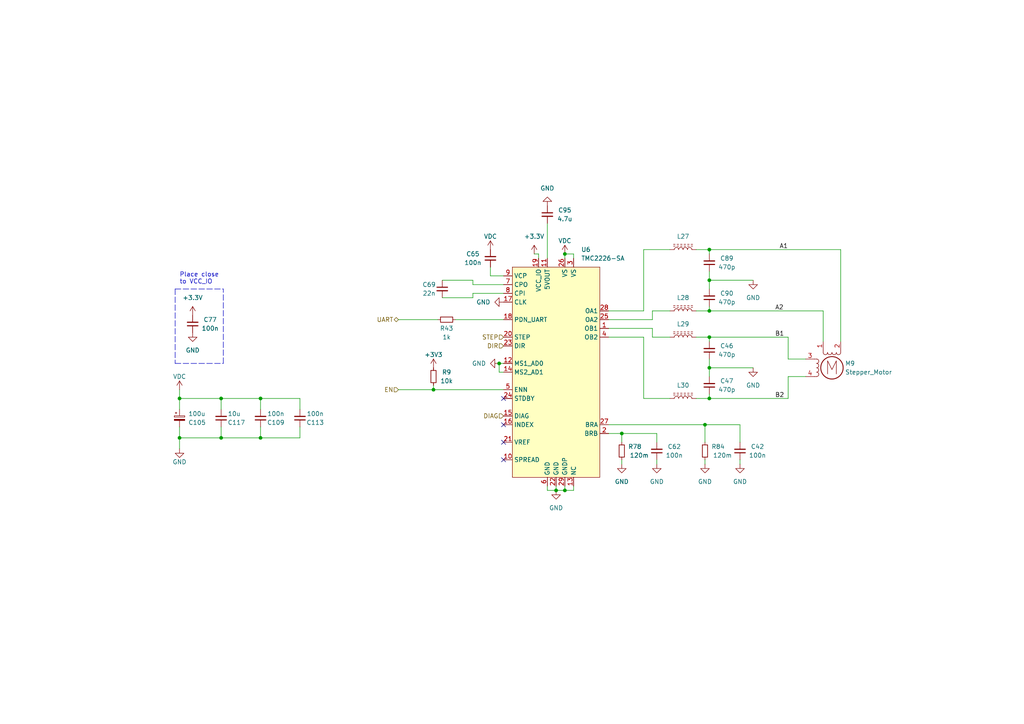
<source format=kicad_sch>
(kicad_sch (version 20230121) (generator eeschema)
  (paper "A4")
  (title_block (title "LumenPnP Motherboard") (date "2023-07-30") (rev "005") (company "Opulo") (comment 1 "Motor Driver"))
  (lib_symbols
    (symbol "Device:C_Polarized_Small" (pin_numbers hide) (pin_names (offset 0.254) hide)
      (property "Reference" "C" (at 0.254 1.778 0))
      (property "Value" "C_Polarized_Small" (at 0.254 -2.032 0))
      (symbol "C_Polarized_Small_0_1"
        (rectangle (start -1.524 -0.3048) (end 1.524 -0.6858) (fill (type outline)))
        (rectangle (start -1.524 0.6858) (end 1.524 0.3048))
        (polyline (pts (xy -1.27 1.524) (xy -0.762 1.524)))
        (polyline (pts (xy -1.016 1.27) (xy -1.016 1.778)))
      )
      (symbol "C_Polarized_Small_1_1"
        (pin passive line (at 0 2.54 270) (length 1.8542) (name "~") (number "1"))
        (pin passive line (at 0 -2.54 90) (length 1.8542) (name "~") (number "2"))
      )
    )
    (symbol "Device:C_Small" (pin_numbers hide) (pin_names (offset 0.254) hide)
      (property "Reference" "C" (at 0.254 1.778 0))
      (property "Value" "C_Small" (at 0.254 -2.032 0))
      (symbol "C_Small_0_1"
        (polyline (pts (xy -1.524 -0.508) (xy 1.524 -0.508)) (stroke (width 0.3302)))
        (polyline (pts (xy -1.524 0.508) (xy 1.524 0.508)) (stroke (width 0.3048)))
      )
      (symbol "C_Small_1_1"
        (pin passive line (at 0 2.54 270) (length 2.032) (name "~") (number "1"))
        (pin passive line (at 0 -2.54 90) (length 2.032) (name "~") (number "2"))
      )
    )
    (symbol "Device:L_Ferrite" (pin_numbers hide) (pin_names (offset 1.016) hide)
      (property "Reference" "L" (at -1.27 0 90))
      (property "Value" "L_Ferrite" (at 2.794 0 90))
      (symbol "L_Ferrite_0_1"
        (arc (start 0 -2.54) (mid 0.6323 -1.905) (end 0 -1.27))
        (arc (start 0 -1.27) (mid 0.6323 -0.635) (end 0 0))
        (polyline (pts (xy 1.016 -2.794) (xy 1.016 -2.286)))
        (polyline (pts (xy 1.016 -1.778) (xy 1.016 -1.27)))
        (polyline (pts (xy 1.016 -0.762) (xy 1.016 -0.254)))
        (polyline (pts (xy 1.016 0.254) (xy 1.016 0.762)))
        (polyline (pts (xy 1.016 1.27) (xy 1.016 1.778)))
        (polyline (pts (xy 1.016 2.286) (xy 1.016 2.794)))
        (polyline (pts (xy 1.524 -2.286) (xy 1.524 -2.794)))
        (polyline (pts (xy 1.524 -1.27) (xy 1.524 -1.778)))
        (polyline (pts (xy 1.524 -0.254) (xy 1.524 -0.762)))
        (polyline (pts (xy 1.524 0.762) (xy 1.524 0.254)))
        (polyline (pts (xy 1.524 1.778) (xy 1.524 1.27)))
        (polyline (pts (xy 1.524 2.794) (xy 1.524 2.286)))
        (arc (start 0 0) (mid 0.6323 0.635) (end 0 1.27))
        (arc (start 0 1.27) (mid 0.6323 1.905) (end 0 2.54))
      )
      (symbol "L_Ferrite_1_1"
        (pin passive line (at 0 3.81 270) (length 1.27) (name "1") (number "1"))
        (pin passive line (at 0 -3.81 90) (length 1.27) (name "2") (number "2"))
      )
    )
    (symbol "Device:R_Small" (pin_numbers hide) (pin_names (offset 0.254) hide)
      (property "Reference" "R" (at 0.762 0.508 0))
      (property "Value" "R_Small" (at 0.762 -1.016 0))
      (symbol "R_Small_0_1"
        (rectangle (start -0.762 1.778) (end 0.762 -1.778) (stroke (width 0.2032)))
      )
      (symbol "R_Small_1_1"
        (pin passive line (at 0 2.54 270) (length 0.762) (name "~") (number "1"))
        (pin passive line (at 0 -2.54 90) (length 0.762) (name "~") (number "2"))
      )
    )
    (symbol "GND_1" (power) (pin_names (offset 0))
      (property "Value" "GND_1" (at 0 -3.81 0))
      (symbol "GND_1_0_1"
        (polyline (pts (xy 0 0) (xy 0 -1.27) (xy 1.27 -1.27) (xy 0 -2.54) (xy -1.27 -1.27) (xy 0 -1.27)))
      )
      (symbol "GND_1_1_1"
        (pin power_in line (at 0 0 270) (length 0) hide (name "GND") (number "1"))
      )
    )
    (symbol "GND_2" (power) (pin_names (offset 0))
      (property "Value" "GND_2" (at 0 -3.81 0))
      (symbol "GND_2_0_1"
        (polyline (pts (xy 0 0) (xy 0 -1.27) (xy 1.27 -1.27) (xy 0 -2.54) (xy -1.27 -1.27) (xy 0 -1.27)))
      )
      (symbol "GND_2_1_1"
        (pin power_in line (at 0 0 270) (length 0) hide (name "GND") (number "1"))
      )
    )
    (symbol "GND_3" (power) (pin_names (offset 0))
      (property "Value" "GND_3" (at 0 -3.81 0))
      (symbol "GND_3_0_1"
        (polyline (pts (xy 0 0) (xy 0 -1.27) (xy 1.27 -1.27) (xy 0 -2.54) (xy -1.27 -1.27) (xy 0 -1.27)))
      )
      (symbol "GND_3_1_1"
        (pin power_in line (at 0 0 270) (length 0) hide (name "GND") (number "1"))
      )
    )
    (symbol "GND_4" (power) (pin_names (offset 0))
      (property "Value" "GND_4" (at 0 -3.81 0))
      (symbol "GND_4_0_1"
        (polyline (pts (xy 0 0) (xy 0 -1.27) (xy 1.27 -1.27) (xy 0 -2.54) (xy -1.27 -1.27) (xy 0 -1.27)))
      )
      (symbol "GND_4_1_1"
        (pin power_in line (at 0 0 270) (length 0) hide (name "GND") (number "1"))
      )
    )
    (symbol "GND_5" (power) (pin_names (offset 0))
      (property "Value" "GND_5" (at 0 -3.81 0))
      (symbol "GND_5_0_1"
        (polyline (pts (xy 0 0) (xy 0 -1.27) (xy 1.27 -1.27) (xy 0 -2.54) (xy -1.27 -1.27) (xy 0 -1.27)))
      )
      (symbol "GND_5_1_1"
        (pin power_in line (at 0 0 270) (length 0) hide (name "GND") (number "1"))
      )
    )
    (symbol "GND_6" (power) (pin_names (offset 0))
      (property "Value" "GND_6" (at 0 -3.81 0))
      (symbol "GND_6_0_1"
        (polyline (pts (xy 0 0) (xy 0 -1.27) (xy 1.27 -1.27) (xy 0 -2.54) (xy -1.27 -1.27) (xy 0 -1.27)))
      )
      (symbol "GND_6_1_1"
        (pin power_in line (at 0 0 270) (length 0) hide (name "GND") (number "1"))
      )
    )
    (symbol "Motor:Stepper_Motor_bipolar" (pin_names (offset 0) hide)
      (property "Reference" "M" (at 3.81 2.54 0))
      (property "Value" "Stepper_Motor_bipolar" (at 3.81 1.27 0))
      (symbol "Stepper_Motor_bipolar_0_0"
        (polyline (pts (xy -1.27 -1.778) (xy -1.27 2.032) (xy 0 -0.508) (xy 1.27 2.032) (xy 1.27 -1.778)))
      )
      (symbol "Stepper_Motor_bipolar_0_1"
        (arc (start -4.445 -2.54) (mid -3.8127 -1.905) (end -4.445 -1.27))
        (arc (start -4.445 -1.27) (mid -3.8127 -0.635) (end -4.445 0))
        (arc (start -4.445 0) (mid -3.8127 0.635) (end -4.445 1.27))
        (arc (start -4.445 1.27) (mid -3.8127 1.905) (end -4.445 2.54))
        (arc (start -2.54 4.445) (mid -1.905 3.8127) (end -1.27 4.445))
        (arc (start -1.27 4.445) (mid -0.635 3.8127) (end 0 4.445))
        (polyline (pts (xy -5.08 -2.54) (xy -4.445 -2.54)))
        (polyline (pts (xy -5.08 2.54) (xy -4.445 2.54)))
        (polyline (pts (xy -2.54 5.08) (xy -2.54 4.445)))
        (polyline (pts (xy 2.54 5.08) (xy 2.54 4.445)))
        (circle (center 0 0) (radius 3.2512) (stroke (width 0.254)))
        (arc (start 0 4.445) (mid 0.635 3.8127) (end 1.27 4.445))
        (arc (start 1.27 4.445) (mid 1.905 3.8127) (end 2.54 4.445))
      )
      (symbol "Stepper_Motor_bipolar_1_1"
        (pin passive line (at -2.54 7.62 270) (length 2.54) (name "~") (number "1"))
        (pin passive line (at 2.54 7.62 270) (length 2.54) (name "-") (number "2"))
        (pin passive line (at -7.62 2.54 0) (length 2.54) (name "~") (number "3"))
        (pin passive line (at -7.62 -2.54 0) (length 2.54) (name "~") (number "4"))
      )
    )
    (symbol "index:TMC2226-SA"
      (property "Reference" "U" (at 5.08 0 0))
      (property "Value" "TMC2226-SA" (at 5.08 -2.54 0))
      (symbol "TMC2226-SA_1_1"
        (rectangle (start -12.7 30.48) (end 12.7 -30.48) (fill (type background)))
        (pin output line (at 15.24 12.7 180) (length 2.54) (name "OB1") (number "1"))
        (pin input line (at -15.24 -25.4 0) (length 2.54) (name "SPREAD") (number "10"))
        (pin power_out line (at -2.54 33.02 270) (length 2.54) (name "5VOUT") (number "11"))
        (pin input line (at -15.24 2.54 0) (length 2.54) (name "MS1_AD0") (number "12"))
        (pin passive line (at 5.08 -33.02 90) (length 2.54) (name "NC") (number "13"))
        (pin input line (at -15.24 0 0) (length 2.54) (name "MS2_AD1") (number "14"))
        (pin output line (at -15.24 -12.7 0) (length 2.54) (name "DIAG") (number "15"))
        (pin output line (at -15.24 -15.24 0) (length 2.54) (name "INDEX") (number "16"))
        (pin input line (at -15.24 20.32 0) (length 2.54) (name "CLK") (number "17"))
        (pin bidirectional line (at -15.24 15.24 0) (length 2.54) (name "PDN_UART") (number "18"))
        (pin power_in line (at -5.08 33.02 270) (length 2.54) (name "VCC_IO") (number "19"))
        (pin passive line (at 15.24 -17.78 180) (length 2.54) (name "BRB") (number "2"))
        (pin input line (at -15.24 10.16 0) (length 2.54) (name "STEP") (number "20"))
        (pin input line (at -15.24 -20.32 0) (length 2.54) (name "VREF") (number "21"))
        (pin power_in line (at 0 -33.02 90) (length 2.54) (name "GND") (number "22"))
        (pin input line (at -15.24 7.62 0) (length 2.54) (name "DIR") (number "23"))
        (pin input line (at -15.24 -7.62 0) (length 2.54) (name "STDBY") (number "24"))
        (pin output line (at 15.24 15.24 180) (length 2.54) (name "OA2") (number "25"))
        (pin power_in line (at 2.54 33.02 270) (length 2.54) (name "VS") (number "26"))
        (pin passive line (at 15.24 -15.24 180) (length 2.54) (name "BRA") (number "27"))
        (pin output line (at 15.24 17.78 180) (length 2.54) (name "OA1") (number "28"))
        (pin power_in line (at 2.54 -33.02 90) (length 2.54) (name "GNDP") (number "29"))
        (pin power_in line (at 5.08 33.02 270) (length 2.54) (name "VS") (number "3"))
        (pin output line (at 15.24 10.16 180) (length 2.54) (name "OB2") (number "4"))
        (pin input line (at -15.24 -5.08 0) (length 2.54) (name "ENN") (number "5"))
        (pin power_in line (at -2.54 -33.02 90) (length 2.54) (name "GND") (number "6"))
        (pin passive line (at -15.24 25.4 0) (length 2.54) (name "CPO") (number "7"))
        (pin passive line (at -15.24 22.86 0) (length 2.54) (name "CPI") (number "8"))
        (pin passive line (at -15.24 27.94 0) (length 2.54) (name "VCP") (number "9"))
      )
    )
    (symbol "power:+3.3V" (power) (pin_names (offset 0))
      (property "Value" "+3.3V" (at 0 3.556 0))
      (symbol "+3.3V_0_1"
        (polyline (pts (xy -0.762 1.27) (xy 0 2.54)))
        (polyline (pts (xy 0 0) (xy 0 2.54)))
        (polyline (pts (xy 0 2.54) (xy 0.762 1.27)))
      )
      (symbol "+3.3V_1_1"
        (pin power_in line (at 0 0 90) (length 0) hide (name "+3.3V") (number "1"))
      )
    )
    (symbol "power:+3V3" (power) (pin_names (offset 0))
      (property "Value" "+3V3" (at 0 3.556 0))
      (symbol "+3V3_0_1"
        (polyline (pts (xy -0.762 1.27) (xy 0 2.54)))
        (polyline (pts (xy 0 0) (xy 0 2.54)))
        (polyline (pts (xy 0 2.54) (xy 0.762 1.27)))
      )
      (symbol "+3V3_1_1"
        (pin power_in line (at 0 0 90) (length 0) hide (name "+3V3") (number "1"))
      )
    )
    (symbol "power:GND" (power) (pin_names (offset 0))
      (property "Value" "GND" (at 0 -3.81 0))
      (symbol "GND_0_1"
        (polyline (pts (xy 0 0) (xy 0 -1.27) (xy 1.27 -1.27) (xy 0 -2.54) (xy -1.27 -1.27) (xy 0 -1.27)))
      )
      (symbol "GND_1_1"
        (pin power_in line (at 0 0 270) (length 0) hide (name "GND") (number "1"))
      )
    )
    (symbol "power:VDC" (power) (pin_names (offset 0))
      (property "Value" "VDC" (at 0 6.35 0))
      (symbol "VDC_0_1"
        (polyline (pts (xy -0.762 1.27) (xy 0 2.54)))
        (polyline (pts (xy 0 0) (xy 0 2.54)))
        (polyline (pts (xy 0 2.54) (xy 0.762 1.27)))
      )
      (symbol "VDC_1_1"
        (pin power_in line (at 0 0 90) (length 0) hide (name "VDC") (number "1"))
      )
    )
  )
  (junction (at 180.34 125.73))
  (junction (at 125.73 113.03))
  (junction (at 64.135 115.57))
  (junction (at 205.74 106.68))
  (junction (at 75.565 115.57))
  (junction (at 205.74 90.17))
  (junction (at 205.74 97.79))
  (junction (at 163.83 142.24))
  (junction (at 144.78 105.41))
  (junction (at 52.07 127))
  (junction (at 161.29 142.24))
  (junction (at 52.07 115.57))
  (junction (at 204.47 123.19))
  (junction (at 64.135 127))
  (junction (at 205.74 81.28))
  (junction (at 205.74 115.57))
  (junction (at 163.83 73.66))
  (junction (at 205.74 72.39))
  (junction (at 75.565 127))
  (no_connect (at 146.05 133.35))
  (no_connect (at 146.05 128.27))
  (no_connect (at 146.05 115.57))
  (no_connect (at 146.05 123.19))
  (wire (pts (xy 137.16 82.55) (xy 146.05 82.55)))
  (wire (pts (xy 158.75 142.24) (xy 161.29 142.24)))
  (wire (pts (xy 144.78 107.95) (xy 146.05 107.95)))
  (wire (pts (xy 142.24 77.47) (xy 142.24 80.01)))
  (polyline (pts (xy 50.8 105.41) (xy 64.77 105.41)) (stroke (width 0) (type dash)))
  (wire (pts (xy 64.135 123.825) (xy 64.135 127)))
  (wire (pts (xy 186.69 72.39) (xy 194.31 72.39)))
  (wire (pts (xy 176.53 90.17) (xy 186.69 90.17)))
  (wire (pts (xy 75.565 118.745) (xy 75.565 115.57)))
  (wire (pts (xy 75.565 127) (xy 64.135 127)))
  (wire (pts (xy 189.23 95.25) (xy 189.23 97.79)))
  (wire (pts (xy 189.23 92.71) (xy 176.53 92.71)))
  (wire (pts (xy 228.6 97.79) (xy 228.6 104.14)))
  (wire (pts (xy 186.69 90.17) (xy 186.69 72.39)))
  (wire (pts (xy 52.07 113.03) (xy 52.07 115.57)))
  (wire (pts (xy 161.29 140.97) (xy 161.29 142.24)))
  (wire (pts (xy 128.27 81.28) (xy 137.16 81.28)))
  (wire (pts (xy 204.47 123.19) (xy 214.63 123.19)))
  (wire (pts (xy 180.34 125.73) (xy 190.5 125.73)))
  (wire (pts (xy 52.07 123.825) (xy 52.07 127)))
  (wire (pts (xy 205.74 97.79) (xy 228.6 97.79)))
  (wire (pts (xy 201.93 72.39) (xy 205.74 72.39)))
  (polyline (pts (xy 64.77 105.41) (xy 64.77 83.82)) (stroke (width 0) (type dash)))
  (wire (pts (xy 214.63 133.35) (xy 214.63 134.62)))
  (wire (pts (xy 137.16 81.28) (xy 137.16 82.55)))
  (wire (pts (xy 156.21 73.66) (xy 156.21 74.93)))
  (wire (pts (xy 86.995 123.825) (xy 86.995 127)))
  (wire (pts (xy 64.135 118.745) (xy 64.135 115.57)))
  (wire (pts (xy 176.53 123.19) (xy 204.47 123.19)))
  (wire (pts (xy 190.5 128.27) (xy 190.5 125.73)))
  (wire (pts (xy 125.73 113.03) (xy 146.05 113.03)))
  (wire (pts (xy 201.93 90.17) (xy 205.74 90.17)))
  (wire (pts (xy 137.16 85.09) (xy 146.05 85.09)))
  (wire (pts (xy 228.6 115.57) (xy 228.6 109.22)))
  (wire (pts (xy 75.565 123.825) (xy 75.565 127)))
  (wire (pts (xy 52.07 115.57) (xy 52.07 118.745)))
  (wire (pts (xy 205.74 88.9) (xy 205.74 90.17)))
  (wire (pts (xy 176.53 95.25) (xy 189.23 95.25)))
  (wire (pts (xy 180.34 125.73) (xy 180.34 128.27)))
  (wire (pts (xy 180.34 133.35) (xy 180.34 134.62)))
  (wire (pts (xy 205.74 78.74) (xy 205.74 81.28)))
  (wire (pts (xy 144.78 105.41) (xy 144.78 107.95)))
  (wire (pts (xy 205.74 72.39) (xy 205.74 73.66)))
  (wire (pts (xy 163.83 73.66) (xy 166.37 73.66)))
  (wire (pts (xy 205.74 90.17) (xy 238.76 90.17)))
  (wire (pts (xy 64.135 115.57) (xy 52.07 115.57)))
  (wire (pts (xy 163.83 73.66) (xy 163.83 74.93)))
  (wire (pts (xy 186.69 115.57) (xy 186.69 97.79)))
  (wire (pts (xy 137.16 86.36) (xy 137.16 85.09)))
  (wire (pts (xy 205.74 114.3) (xy 205.74 115.57)))
  (wire (pts (xy 194.31 115.57) (xy 186.69 115.57)))
  (wire (pts (xy 238.76 90.17) (xy 238.76 99.06)))
  (wire (pts (xy 163.83 140.97) (xy 163.83 142.24)))
  (wire (pts (xy 86.995 115.57) (xy 75.565 115.57)))
  (wire (pts (xy 158.75 140.97) (xy 158.75 142.24)))
  (wire (pts (xy 163.83 142.24) (xy 161.29 142.24)))
  (wire (pts (xy 158.75 64.77) (xy 158.75 74.93)))
  (wire (pts (xy 166.37 73.66) (xy 166.37 74.93)))
  (wire (pts (xy 201.93 97.79) (xy 205.74 97.79)))
  (wire (pts (xy 154.94 73.66) (xy 156.21 73.66)))
  (wire (pts (xy 189.23 90.17) (xy 194.31 90.17)))
  (wire (pts (xy 142.24 80.01) (xy 146.05 80.01)))
  (wire (pts (xy 205.74 104.14) (xy 205.74 106.68)))
  (wire (pts (xy 125.73 113.03) (xy 125.73 111.76)))
  (wire (pts (xy 214.63 123.19) (xy 214.63 128.27)))
  (wire (pts (xy 115.57 113.03) (xy 125.73 113.03)))
  (wire (pts (xy 132.08 92.71) (xy 146.05 92.71)))
  (wire (pts (xy 205.74 115.57) (xy 228.6 115.57)))
  (wire (pts (xy 201.93 115.57) (xy 205.74 115.57)))
  (wire (pts (xy 176.53 125.73) (xy 180.34 125.73)))
  (wire (pts (xy 204.47 123.19) (xy 204.47 128.27)))
  (wire (pts (xy 166.37 140.97) (xy 166.37 142.24)))
  (wire (pts (xy 86.995 127) (xy 75.565 127)))
  (wire (pts (xy 128.27 86.36) (xy 137.16 86.36)))
  (wire (pts (xy 243.84 72.39) (xy 243.84 99.06)))
  (wire (pts (xy 205.74 81.28) (xy 205.74 83.82)))
  (wire (pts (xy 204.47 133.35) (xy 204.47 134.62)))
  (wire (pts (xy 218.44 106.68) (xy 205.74 106.68)))
  (wire (pts (xy 163.83 142.24) (xy 166.37 142.24)))
  (wire (pts (xy 190.5 133.35) (xy 190.5 134.62)))
  (wire (pts (xy 64.135 127) (xy 52.07 127)))
  (wire (pts (xy 228.6 104.14) (xy 233.68 104.14)))
  (wire (pts (xy 52.07 127) (xy 52.07 130.175)))
  (polyline (pts (xy 50.8 83.82) (xy 50.8 105.41)) (stroke (width 0) (type dash)))
  (polyline (pts (xy 50.8 83.82) (xy 64.77 83.82)) (stroke (width 0) (type dash)))
  (wire (pts (xy 189.23 97.79) (xy 194.31 97.79)))
  (wire (pts (xy 86.995 118.745) (xy 86.995 115.57)))
  (wire (pts (xy 75.565 115.57) (xy 64.135 115.57)))
  (wire (pts (xy 115.57 92.71) (xy 127 92.71)))
  (wire (pts (xy 205.74 72.39) (xy 243.84 72.39)))
  (wire (pts (xy 205.74 106.68) (xy 205.74 109.22)))
  (wire (pts (xy 189.23 90.17) (xy 189.23 92.71)))
  (wire (pts (xy 186.69 97.79) (xy 176.53 97.79)))
  (wire (pts (xy 205.74 97.79) (xy 205.74 99.06)))
  (wire (pts (xy 228.6 109.22) (xy 233.68 109.22)))
  (wire (pts (xy 144.78 105.41) (xy 146.05 105.41)))
  (wire (pts (xy 218.44 81.28) (xy 205.74 81.28)))
  (text "Place close\nto VCC_IO" (at 52.07 82.55 0) (effects (font (size 1.27 1.27)) (justify left bottom)))
  (label "A1" (at 226.06 72.39 0))
  (label "A2" (at 224.79 90.17 0))
  (label "B2" (at 224.79 115.57 0))
  (label "B1" (at 224.79 97.79 0))
  (hierarchical_label "EN" (shape input) (at 115.57 113.03 180))
  (hierarchical_label "UART" (shape bidirectional) (at 115.57 92.71 180))
  (hierarchical_label "DIAG" (shape input) (at 146.05 120.65 180))
  (hierarchical_label "STEP" (shape input) (at 146.05 97.79 180))
  (hierarchical_label "DIR" (shape input) (at 146.05 100.33 180))
  (symbol (lib_id "power:VDC") (at 163.83 73.66 0) (unit 1)
    (property "Reference" "#PWR013" (effects hide))
    (property "Value" "VDC" (at 163.83 69.85 0))
    (instances (project "mobo" (path "" (reference "#PWR013") (unit 1)) (path "" (reference "#PWR034") (unit 1)) (path "" (reference "#PWR035") (unit 1)) (path "" (reference "#PWR036") (unit 1)) (path "" (reference "#PWR070") (unit 1)) (path "" (reference "#PWR037") (unit 1))))
  )
  (symbol (lib_id "Device:C_Small") (at 158.75 62.23 0) (unit 1)
    (property "Reference" "C95" (at 163.83 60.96 0))
    (property "Value" "4.7u" (at 163.83 63.5 0))
    (property "Footprint" "Capacitor_SMD:C_0805_2012Metric" (effects hide))
    (property "Digikey" "1276-1020-1-ND" (effects hide))
    (property "Notes" "50V/10%" (effects hide))
    (instances (project "mobo" (path "" (reference "C95") (unit 1)) (path "" (reference "C96") (unit 1)) (path "" (reference "C103") (unit 1)) (path "" (reference "C104") (unit 1)) (path "" (reference "C100") (unit 1)) (path "" (reference "C99") (unit 1))))
  )
  (symbol (lib_id "Motor:Stepper_Motor_bipolar") (at 241.3 106.68 0) (unit 1)
    (property "Reference" "M9" (at 245.11 105.41 0) (effects (justify left)))
    (property "Value" "Stepper_Motor" (at 245.11 107.95 0) (effects (justify left)))
    (property "Footprint" "Connector_JST:JST_PH_B4B-PH-SM4-TB_1x04-1MP_P2.00mm_Vertical" (effects hide))
    (property "Datasheet" "http://www.infineon.com/dgdl/Application-Note-TLE8110EE_driving_UniPolarStepperMotor_V1.1.pdf?fileId=db3a30431be39b97011be5d0aa0a00b0" (effects hide))
    (property "LCSC" "C37815" (effects hide))
    (property "JLCPCB" "C37815" (effects hide))
    (property "Digikey" "455-2249-ND" (effects hide))
    (instances (project "mobo" (path "" (reference "M9") (unit 1)) (path "" (reference "M10") (unit 1)) (path "" (reference "M11") (unit 1)) (path "" (reference "M12") (unit 1)) (path "" (reference "M1") (unit 1)) (path "" (reference "M2") (unit 1))))
  )
  (symbol (lib_id "Device:C_Small") (at 214.63 130.81 180) (unit 1)
    (property "Reference" "C42" (at 219.71 129.54 0))
    (property "Value" "100n" (at 219.71 132.08 0))
    (property "Footprint" "Capacitor_SMD:C_0805_2012Metric" (effects hide))
    (property "Digikey" "1276-1020-1-ND" (effects hide))
    (property "Notes" "50V/10%" (effects hide))
    (instances (project "mobo" (path "" (reference "C42") (unit 1)) (path "" (reference "C43") (unit 1)) (path "" (reference "C55") (unit 1)) (path "" (reference "C56") (unit 1)) (path "" (reference "C82") (unit 1)) (path "" (reference "C81") (unit 1))))
  )
  (symbol (lib_id "power:+3V3") (at 125.73 106.68 0) (unit 1)
    (property "Reference" "#PWR0226" (effects hide))
    (property "Value" "+3V3" (at 125.73 102.87 0))
    (instances (project "mobo" (path "" (reference "#PWR0226") (unit 1)) (path "" (reference "#PWR0227") (unit 1)) (path "" (reference "#PWR0228") (unit 1)) (path "" (reference "#PWR0229") (unit 1)) (path "" (reference "#PWR0234") (unit 1)) (path "" (reference "#PWR0233") (unit 1))))
  )
  (symbol (lib_id "Device:C_Small") (at 205.74 111.76 180) (unit 1)
    (property "Reference" "C47" (at 210.82 110.49 0))
    (property "Value" "470p" (at 210.82 113.03 0))
    (property "Footprint" "Capacitor_SMD:C_0805_2012Metric" (effects hide))
    (property "Digikey" "1276-1020-1-ND" (effects hide))
    (property "Notes" "100V" (effects hide))
    (instances (project "mobo" (path "" (reference "C47") (unit 1)) (path "" (reference "C60") (unit 1)) (path "" (reference "C88") (unit 1)) (path "" (reference "C92") (unit 1)) (path "" (reference "C86") (unit 1)) (path "" (reference "C84") (unit 1))))
  )
  (symbol (lib_name "GND_1") (lib_id "power:GND") (at 180.34 134.62 0) (unit 1)
    (property "Reference" "#PWR0177" (effects hide))
    (property "Value" "GND" (at 180.34 139.7 0))
    (instances (project "mobo" (path "" (reference "#PWR0177") (unit 1)) (path "" (reference "#PWR0127") (unit 1)) (path "" (reference "#PWR0178") (unit 1)) (path "" (reference "#PWR0179") (unit 1)) (path "" (reference "#PWR0181") (unit 1)) (path "" (reference "#PWR0180") (unit 1))))
  )
  (symbol (lib_name "GND_4") (lib_id "power:GND") (at 218.44 81.28 0) (unit 1)
    (property "Reference" "#PWR050" (effects hide))
    (property "Value" "GND" (at 218.44 86.36 0))
    (instances (project "mobo" (path "" (reference "#PWR050") (unit 1)) (path "" (reference "#PWR052") (unit 1)) (path "" (reference "#PWR054") (unit 1)) (path "" (reference "#PWR056") (unit 1)) (path "" (reference "#PWR066") (unit 1)) (path "" (reference "#PWR096") (unit 1))))
  )
  (symbol (lib_id "Device:C_Polarized_Small") (at 52.07 121.285 0) (unit 1)
    (property "Reference" "C105" (at 54.61 122.555 0) (effects (justify left)))
    (property "Value" "100u" (at 54.61 120.015 0) (effects (justify left)))
    (property "Footprint" "Capacitor_SMD:CP_Elec_6.3x7.7" (effects hide))
    (property "Digikey" "493-2203-1-ND" (effects hide))
    (property "JLCPCB" "C99837" (effects hide))
    (property "LCSC" "C3339" (effects hide))
    (property "Mouser" "647-UWT1V101MCL1S" (effects hide))
    (property "Notes" "35V/20%/Aluminum" (effects hide))
    (instances (project "mobo" (path "" (reference "C105") (unit 1)) (path "" (reference "C106") (unit 1)) (path "" (reference "C107") (unit 1)) (path "" (reference "C108") (unit 1)) (path "" (reference "C17") (unit 1)) (path "" (reference "C22") (unit 1))))
  )
  (symbol (lib_id "Device:C_Small") (at 205.74 86.36 180) (unit 1)
    (property "Reference" "C90" (at 210.82 85.09 0))
    (property "Value" "470p" (at 210.82 87.63 0))
    (property "Footprint" "Capacitor_SMD:C_0805_2012Metric" (effects hide))
    (property "Digikey" "1276-1020-1-ND" (effects hide))
    (property "Notes" "100V" (effects hide))
    (instances (project "mobo" (path "" (reference "C90") (unit 1)) (path "" (reference "C94") (unit 1)) (path "" (reference "C98") (unit 1)) (path "" (reference "C102") (unit 1)) (path "" (reference "C45") (unit 1)) (path "" (reference "C58") (unit 1))))
  )
  (symbol (lib_id "Device:C_Small") (at 205.74 101.6 180) (unit 1)
    (property "Reference" "C46" (at 210.82 100.33 0))
    (property "Value" "470p" (at 210.82 102.87 0))
    (property "Footprint" "Capacitor_SMD:C_0805_2012Metric" (effects hide))
    (property "Digikey" "1276-1020-1-ND" (effects hide))
    (property "Notes" "100V" (effects hide))
    (instances (project "mobo" (path "" (reference "C46") (unit 1)) (path "" (reference "C59") (unit 1)) (path "" (reference "C87") (unit 1)) (path "" (reference "C91") (unit 1)) (path "" (reference "C85") (unit 1)) (path "" (reference "C83") (unit 1))))
  )
  (symbol (lib_id "Device:C_Small") (at 128.27 83.82 0) (unit 1)
    (property "Reference" "C69" (at 124.46 82.55 0))
    (property "Value" "22n" (at 124.46 85.09 0))
    (property "Footprint" "Capacitor_SMD:C_0805_2012Metric" (effects hide))
    (property "Digikey" "1276-1020-1-ND" (effects hide))
    (property "Notes" "50V" (effects hide))
    (instances (project "mobo" (path "" (reference "C69") (unit 1)) (path "" (reference "C70") (unit 1)) (path "" (reference "C71") (unit 1)) (path "" (reference "C72") (unit 1)) (path "" (reference "C26") (unit 1)) (path "" (reference "C52") (unit 1))))
  )
  (symbol (lib_name "GND_3") (lib_id "power:GND") (at 144.78 105.41 270) (unit 1)
    (property "Reference" "#PWR039" (effects hide))
    (property "Value" "GND" (at 140.97 105.41 90) (effects (justify right)))
    (instances (project "mobo" (path "" (reference "#PWR039") (unit 1)) (path "" (reference "#PWR038") (unit 1)) (path "" (reference "#PWR040") (unit 1)) (path "" (reference "#PWR041") (unit 1)) (path "" (reference "#PWR081") (unit 1)) (path "" (reference "#PWR063") (unit 1))))
  )
  (symbol (lib_id "power:+3.3V") (at 154.94 73.66 0) (unit 1)
    (property "Reference" "#PWR024" (effects hide))
    (property "Value" "+3.3V" (at 154.94 68.58 0))
    (instances (project "mobo" (path "" (reference "#PWR024") (unit 1)) (path "" (reference "#PWR025") (unit 1)) (path "" (reference "#PWR026") (unit 1)) (path "" (reference "#PWR027") (unit 1)) (path "" (reference "#PWR028") (unit 1)) (path "" (reference "#PWR029") (unit 1))))
  )
  (symbol (lib_id "Device:R_Small") (at 129.54 92.71 270) (unit 1)
    (property "Reference" "R43" (at 129.54 95.25 90))
    (property "Value" "1k" (at 129.54 97.79 90))
    (property "Footprint" "Resistor_SMD:R_0805_2012Metric" (effects hide))
    (property "JLCPCB" "C17513" (effects hide))
    (property "LCSC" "C17513" (effects hide))
    (property "Notes" "125mW/1%" (effects hide))
    (instances (project "mobo" (path "" (reference "R43") (unit 1)) (path "" (reference "R44") (unit 1)) (path "" (reference "R45") (unit 1)) (path "" (reference "R46") (unit 1)) (path "" (reference "R58") (unit 1)) (path "" (reference "R57") (unit 1))))
  )
  (symbol (lib_id "Device:L_Ferrite") (at 198.12 90.17 90) (unit 1)
    (property "Reference" "L28" (at 198.12 86.36 90))
    (property "Value" "L_Ferrite" (effects hide))
    (property "Footprint" "Inductor_SMD:L_0805_2012Metric" (effects hide))
    (property "Digikey" "1934-1472-1-ND" (effects hide))
    (property "Notes" "150R @ 100MHz" (effects hide))
    (instances (project "mobo" (path "" (reference "L28") (unit 1)) (path "" (reference "L32") (unit 1)) (path "" (reference "L36") (unit 1)) (path "" (reference "L40") (unit 1)) (path "" (reference "L3") (unit 1)) (path "" (reference "L7") (unit 1))))
  )
  (symbol (lib_id "Device:C_Small") (at 55.88 93.98 180) (unit 1)
    (property "Reference" "C77" (at 60.96 92.71 0))
    (property "Value" "100n" (at 60.96 95.25 0))
    (property "Footprint" "Capacitor_SMD:C_0805_2012Metric" (effects hide))
    (property "Digikey" "1276-1020-1-ND" (effects hide))
    (property "Notes" "50V/10%" (effects hide))
    (instances (project "mobo" (path "" (reference "C77") (unit 1)) (path "" (reference "C78") (unit 1)) (path "" (reference "C79") (unit 1)) (path "" (reference "C80") (unit 1)) (path "" (reference "C21") (unit 1)) (path "" (reference "C51") (unit 1))))
  )
  (symbol (lib_id "Device:R_Small") (at 125.73 109.22 0) (unit 1)
    (property "Reference" "R9" (at 129.54 107.95 0))
    (property "Value" "10k" (at 129.54 110.49 0))
    (property "Footprint" "Resistor_SMD:R_0805_2012Metric" (effects hide))
    (property "JLCPCB" "C17513" (effects hide))
    (property "LCSC" "C17513" (effects hide))
    (property "Notes" "125mW/1%" (effects hide))
    (instances (project "mobo" (path "" (reference "R9") (unit 1)) (path "" (reference "R10") (unit 1)) (path "" (reference "R39") (unit 1)) (path "" (reference "R40") (unit 1)) (path "" (reference "R42") (unit 1)) (path "" (reference "R41") (unit 1))))
  )
  (symbol (lib_name "GND_4") (lib_id "power:GND") (at 218.44 106.68 0) (unit 1)
    (property "Reference" "#PWR051" (effects hide))
    (property "Value" "GND" (at 218.44 111.76 0))
    (instances (project "mobo" (path "" (reference "#PWR051") (unit 1)) (path "" (reference "#PWR053") (unit 1)) (path "" (reference "#PWR055") (unit 1)) (path "" (reference "#PWR057") (unit 1)) (path "" (reference "#PWR067") (unit 1)) (path "" (reference "#PWR097") (unit 1))))
  )
  (symbol (lib_name "GND_1") (lib_id "power:GND") (at 214.63 134.62 0) (unit 1)
    (property "Reference" "#PWR0205" (effects hide))
    (property "Value" "GND" (at 214.63 139.7 0))
    (instances (project "mobo" (path "" (reference "#PWR0205") (unit 1)) (path "" (reference "#PWR0203") (unit 1)) (path "" (reference "#PWR0207") (unit 1)) (path "" (reference "#PWR0209") (unit 1)) (path "" (reference "#PWR0213") (unit 1)) (path "" (reference "#PWR0211") (unit 1))))
  )
  (symbol (lib_id "Device:L_Ferrite") (at 198.12 115.57 90) (unit 1)
    (property "Reference" "L30" (at 198.12 111.76 90))
    (property "Value" "L_Ferrite" (effects hide))
    (property "Footprint" "Inductor_SMD:L_0805_2012Metric" (effects hide))
    (property "Digikey" "1934-1472-1-ND" (effects hide))
    (property "Notes" "150R @ 100MHz" (effects hide))
    (instances (project "mobo" (path "" (reference "L30") (unit 1)) (path "" (reference "L34") (unit 1)) (path "" (reference "L38") (unit 1)) (path "" (reference "L42") (unit 1)) (path "" (reference "L5") (unit 1)) (path "" (reference "L9") (unit 1))))
  )
  (symbol (lib_name "GND_2") (lib_id "power:GND") (at 161.29 142.24 0) (unit 1)
    (property "Reference" "#PWR0215" (effects hide))
    (property "Value" "GND" (at 161.29 147.32 0))
    (instances (project "mobo" (path "" (reference "#PWR0215") (unit 1)) (path "" (reference "#PWR0214") (unit 1)) (path "" (reference "#PWR0216") (unit 1)) (path "" (reference "#PWR0217") (unit 1)) (path "" (reference "#PWR0219") (unit 1)) (path "" (reference "#PWR0218") (unit 1))))
  )
  (symbol (lib_name "GND_5") (lib_id "power:GND") (at 158.75 59.69 180) (unit 1)
    (property "Reference" "#PWR042" (effects hide))
    (property "Value" "GND" (at 158.75 54.61 0))
    (instances (project "mobo" (path "" (reference "#PWR042") (unit 1)) (path "" (reference "#PWR043") (unit 1)) (path "" (reference "#PWR044") (unit 1)) (path "" (reference "#PWR045") (unit 1)) (path "" (reference "#PWR046") (unit 1)) (path "" (reference "#PWR047") (unit 1))))
  )
  (symbol (lib_id "power:VDC") (at 52.07 113.03 0) (unit 1)
    (property "Reference" "#PWR058" (effects hide))
    (property "Value" "VDC" (at 52.07 109.22 0))
    (instances (project "mobo" (path "" (reference "#PWR058") (unit 1)) (path "" (reference "#PWR059") (unit 1)) (path "" (reference "#PWR060") (unit 1)) (path "" (reference "#PWR061") (unit 1)) (path "" (reference "#PWR03") (unit 1)) (path "" (reference "#PWR068") (unit 1))))
  )
  (symbol (lib_name "GND_1") (lib_id "power:GND") (at 190.5 134.62 0) (unit 1)
    (property "Reference" "#PWR0183" (effects hide))
    (property "Value" "GND" (at 190.5 139.7 0))
    (instances (project "mobo" (path "" (reference "#PWR0183") (unit 1)) (path "" (reference "#PWR0182") (unit 1)) (path "" (reference "#PWR0184") (unit 1)) (path "" (reference "#PWR0199") (unit 1)) (path "" (reference "#PWR0201") (unit 1)) (path "" (reference "#PWR0200") (unit 1))))
  )
  (symbol (lib_name "GND_6") (lib_id "power:GND") (at 55.88 96.52 0) (unit 1)
    (property "Reference" "#PWR0260" (effects hide))
    (property "Value" "GND" (at 55.88 101.6 0))
    (instances (project "mobo" (path "" (reference "#PWR0260") (unit 1)) (path "" (reference "#PWR0261") (unit 1)) (path "" (reference "#PWR0262") (unit 1)) (path "" (reference "#PWR0263") (unit 1)) (path "" (reference "#PWR0264") (unit 1)) (path "" (reference "#PWR0265") (unit 1))))
  )
  (symbol (lib_id "power:GND") (at 52.07 130.175 0) (unit 1)
    (property "Reference" "#PWR062" (effects hide))
    (property "Value" "GND" (at 52.07 133.985 0))
    (instances (project "mobo" (path "" (reference "#PWR062") (unit 1)) (path "" (reference "#PWR071") (unit 1)) (path "" (reference "#PWR073") (unit 1)) (path "" (reference "#PWR074") (unit 1)) (path "" (reference "#PWR05") (unit 1)) (path "" (reference "#PWR069") (unit 1))))
  )
  (symbol (lib_id "Device:R_Small") (at 204.47 130.81 0) (unit 1)
    (property "Reference" "R84" (at 208.28 129.54 0))
    (property "Value" "120m" (at 209.55 132.08 0))
    (property "Footprint" "Resistor_SMD:R_1210_3225Metric" (effects hide))
    (property "JLCPCB" "C620635" (effects hide))
    (property "LCSC" "C620635" (effects hide))
    (property "Notes" "0.5W" (effects hide))
    (instances (project "mobo" (path "" (reference "R84") (unit 1)) (path "" (reference "R85") (unit 1)) (path "" (reference "R86") (unit 1)) (path "" (reference "R87") (unit 1)) (path "" (reference "R89") (unit 1)) (path "" (reference "R88") (unit 1))))
  )
  (symbol (lib_id "Device:C_Small") (at 75.565 121.285 180) (unit 1)
    (property "Reference" "C109" (at 80.01 122.555 0))
    (property "Value" "100n" (at 80.01 120.015 0))
    (property "Footprint" "Capacitor_SMD:C_0805_2012Metric" (effects hide))
    (property "Digikey" "1276-1020-1-ND" (effects hide))
    (property "Notes" "50V/10%" (effects hide))
    (instances (project "mobo" (path "" (reference "C109") (unit 1)) (path "" (reference "C110") (unit 1)) (path "" (reference "C111") (unit 1)) (path "" (reference "C112") (unit 1)) (path "" (reference "C19") (unit 1)) (path "" (reference "C49") (unit 1))))
  )
  (symbol (lib_id "Device:L_Ferrite") (at 198.12 97.79 90) (unit 1)
    (property "Reference" "L29" (at 198.12 93.98 90))
    (property "Value" "L_Ferrite" (effects hide))
    (property "Footprint" "Inductor_SMD:L_0805_2012Metric" (effects hide))
    (property "Digikey" "1934-1472-1-ND" (effects hide))
    (property "Notes" "150R @ 100MHz" (effects hide))
    (instances (project "mobo" (path "" (reference "L29") (unit 1)) (path "" (reference "L33") (unit 1)) (path "" (reference "L37") (unit 1)) (path "" (reference "L41") (unit 1)) (path "" (reference "L4") (unit 1)) (path "" (reference "L8") (unit 1))))
  )
  (symbol (lib_name "GND_3") (lib_id "power:GND") (at 146.05 87.63 270) (unit 1)
    (property "Reference" "#PWR0221" (effects hide))
    (property "Value" "GND" (at 142.24 87.63 90) (effects (justify right)))
    (instances (project "mobo" (path "" (reference "#PWR0221") (unit 1)) (path "" (reference "#PWR0220") (unit 1)) (path "" (reference "#PWR0222") (unit 1)) (path "" (reference "#PWR0223") (unit 1)) (path "" (reference "#PWR0225") (unit 1)) (path "" (reference "#PWR0224") (unit 1))))
  )
  (symbol (lib_id "Device:C_Small") (at 142.24 74.93 180) (unit 1)
    (property "Reference" "C65" (at 137.16 73.66 0))
    (property "Value" "100n" (at 137.16 76.2 0))
    (property "Footprint" "Capacitor_SMD:C_0805_2012Metric" (effects hide))
    (property "Digikey" "1276-1020-1-ND" (effects hide))
    (property "Notes" "50V/10%" (effects hide))
    (instances (project "mobo" (path "" (reference "C65") (unit 1)) (path "" (reference "C66") (unit 1)) (path "" (reference "C67") (unit 1)) (path "" (reference "C68") (unit 1)) (path "" (reference "C40") (unit 1)) (path "" (reference "C53") (unit 1))))
  )
  (symbol (lib_name "GND_1") (lib_id "power:GND") (at 204.47 134.62 0) (unit 1)
    (property "Reference" "#PWR0204" (effects hide))
    (property "Value" "GND" (at 204.47 139.7 0))
    (instances (project "mobo" (path "" (reference "#PWR0204") (unit 1)) (path "" (reference "#PWR0202") (unit 1)) (path "" (reference "#PWR0206") (unit 1)) (path "" (reference "#PWR0208") (unit 1)) (path "" (reference "#PWR0212") (unit 1)) (path "" (reference "#PWR0210") (unit 1))))
  )
  (symbol (lib_id "power:VDC") (at 142.24 72.39 0) (unit 1)
    (property "Reference" "#PWR0235" (effects hide))
    (property "Value" "VDC" (at 142.24 68.58 0))
    (instances (project "mobo" (path "" (reference "#PWR0235") (unit 1)) (path "" (reference "#PWR0236") (unit 1)) (path "" (reference "#PWR0237") (unit 1)) (path "" (reference "#PWR0238") (unit 1)) (path "" (reference "#PWR0245") (unit 1)) (path "" (reference "#PWR0244") (unit 1))))
  )
  (symbol (lib_id "power:+3.3V") (at 55.88 91.44 0) (unit 1)
    (property "Reference" "#PWR0254" (effects hide))
    (property "Value" "+3.3V" (at 55.88 86.36 0))
    (instances (project "mobo" (path "" (reference "#PWR0254") (unit 1)) (path "" (reference "#PWR0255") (unit 1)) (path "" (reference "#PWR0256") (unit 1)) (path "" (reference "#PWR0257") (unit 1)) (path "" (reference "#PWR0258") (unit 1)) (path "" (reference "#PWR0259") (unit 1))))
  )
  (symbol (lib_id "Device:L_Ferrite") (at 198.12 72.39 90) (unit 1)
    (property "Reference" "L27" (at 198.12 68.58 90))
    (property "Value" "L_Ferrite" (effects hide))
    (property "Footprint" "Inductor_SMD:L_0805_2012Metric" (effects hide))
    (property "Digikey" "1934-1472-1-ND" (effects hide))
    (property "Notes" "150R @ 100MHz" (effects hide))
    (instances (project "mobo" (path "" (reference "L27") (unit 1)) (path "" (reference "L31") (unit 1)) (path "" (reference "L35") (unit 1)) (path "" (reference "L39") (unit 1)) (path "" (reference "L2") (unit 1)) (path "" (reference "L6") (unit 1))))
  )
  (symbol (lib_id "Device:C_Small") (at 205.74 76.2 180) (unit 1)
    (property "Reference" "C89" (at 210.82 74.93 0))
    (property "Value" "470p" (at 210.82 77.47 0))
    (property "Footprint" "Capacitor_SMD:C_0805_2012Metric" (effects hide))
    (property "Digikey" "1276-1020-1-ND" (effects hide))
    (property "Notes" "100V" (effects hide))
    (instances (project "mobo" (path "" (reference "C89") (unit 1)) (path "" (reference "C93") (unit 1)) (path "" (reference "C97") (unit 1)) (path "" (reference "C101") (unit 1)) (path "" (reference "C44") (unit 1)) (path "" (reference "C57") (unit 1))))
  )
  (symbol (lib_id "index:TMC2226-SA") (at 161.29 107.95 0) (unit 1)
    (property "Reference" "U6" (at 168.5641 72.39 0) (effects (justify left)))
    (property "Value" "TMC2226-SA" (at 168.5641 74.93 0) (effects (justify left)))
    (property "Footprint" "Package_SO:HTSSOP-28-1EP_4.4x9.7mm_P0.65mm_EP2.75x6.2mm_ThermalVias" (effects hide))
    (property "Datasheet" "https://www.trinamic.com/fileadmin/assets/Products/ICs_Documents/TMC2226_datasheet_rev1.10.pdf" (effects hide))
    (instances (project "mobo" (path "" (reference "U6") (unit 1)) (path "" (reference "U18") (unit 1)) (path "" (reference "U19") (unit 1)) (path "" (reference "U20") (unit 1)) (path "" (reference "U22") (unit 1)) (path "" (reference "U21") (unit 1))))
  )
  (symbol (lib_id "Device:C_Small") (at 190.5 130.81 180) (unit 1)
    (property "Reference" "C62" (at 195.58 129.54 0))
    (property "Value" "100n" (at 195.58 132.08 0))
    (property "Footprint" "Capacitor_SMD:C_0805_2012Metric" (effects hide))
    (property "Digikey" "1276-1020-1-ND" (effects hide))
    (property "Notes" "50V/10%" (effects hide))
    (instances (project "mobo" (path "" (reference "C62") (unit 1)) (path "" (reference "C121") (unit 1)) (path "" (reference "C122") (unit 1)) (path "" (reference "C123") (unit 1)) (path "" (reference "C125") (unit 1)) (path "" (reference "C124") (unit 1))))
  )
  (symbol (lib_id "Device:R_Small") (at 180.34 130.81 0) (unit 1)
    (property "Reference" "R78" (at 184.15 129.54 0))
    (property "Value" "120m" (at 185.42 132.08 0))
    (property "Footprint" "Resistor_SMD:R_1210_3225Metric" (effects hide))
    (property "JLCPCB" "C620635" (effects hide))
    (property "LCSC" "C620635" (effects hide))
    (property "Notes" "0.5W" (effects hide))
    (instances (project "mobo" (path "" (reference "R78") (unit 1)) (path "" (reference "R79") (unit 1)) (path "" (reference "R80") (unit 1)) (path "" (reference "R81") (unit 1)) (path "" (reference "R83") (unit 1)) (path "" (reference "R82") (unit 1))))
  )
  (symbol (lib_id "Device:C_Small") (at 64.135 121.285 180) (unit 1)
    (property "Reference" "C117" (at 68.58 122.555 0))
    (property "Value" "10u" (at 67.945 120.015 0))
    (property "Footprint" "Capacitor_SMD:C_0805_2012Metric" (effects hide))
    (property "Digikey" "1276-1020-1-ND" (effects hide))
    (property "Notes" "50V/10%" (effects hide))
    (instances (project "mobo" (path "" (reference "C117") (unit 1)) (path "" (reference "C118") (unit 1)) (path "" (reference "C119") (unit 1)) (path "" (reference "C120") (unit 1)) (path "" (reference "C18") (unit 1)) (path "" (reference "C48") (unit 1))))
  )
  (symbol (lib_id "Device:C_Small") (at 86.995 121.285 180) (unit 1)
    (property "Reference" "C113" (at 91.44 122.555 0))
    (property "Value" "100n" (at 91.44 120.015 0))
    (property "Footprint" "Capacitor_SMD:C_0805_2012Metric" (effects hide))
    (property "Digikey" "1276-1020-1-ND" (effects hide))
    (property "Notes" "50V/10%" (effects hide))
    (instances (project "mobo" (path "" (reference "C113") (unit 1)) (path "" (reference "C114") (unit 1)) (path "" (reference "C115") (unit 1)) (path "" (reference "C116") (unit 1)) (path "" (reference "C20") (unit 1)) (path "" (reference "C50") (unit 1))))
  )
)
</source>
